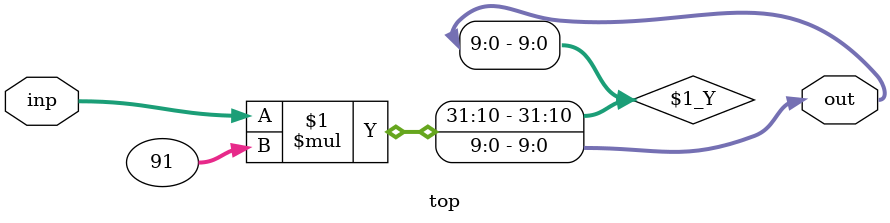
<source format=v>
module top(inp, out);
parameter width=5;
parameter outwidth=width*2;
parameter constant=91;

input signed [width-1:0] inp;
output signed [outwidth-1:0] out;

assign out = inp * constant;

endmodule
</source>
